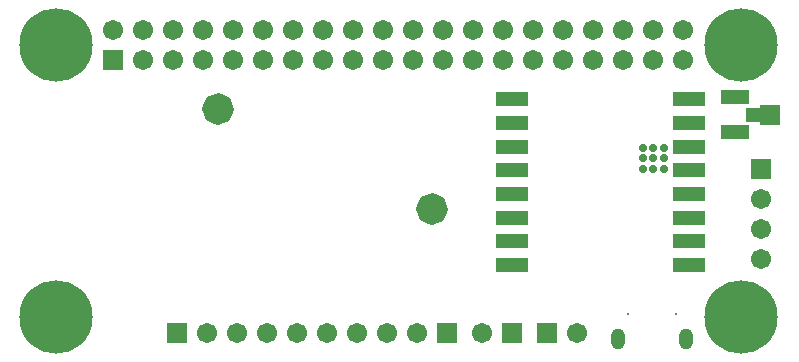
<source format=gbs>
G04 Layer_Color=16711935*
%FSAX25Y25*%
%MOIN*%
G70*
G01*
G75*
%ADD102R,0.09461X0.04934*%
%ADD103R,0.04737X0.04737*%
%ADD105C,0.06706*%
%ADD106R,0.06706X0.06706*%
%ADD107C,0.24422*%
%ADD108O,0.04737X0.07099*%
%ADD109R,0.00800X0.00800*%
%ADD110R,0.06706X0.06706*%
%ADD111P,0.10880X8X177.5*%
%ADD112C,0.02768*%
%ADD113R,0.10642X0.04737*%
D102*
X0347756Y0195504D02*
D03*
Y0183890D02*
D03*
D103*
X0353661Y0189697D02*
D03*
D105*
X0330598Y0218094D02*
D03*
Y0208095D02*
D03*
X0320599Y0218094D02*
D03*
Y0208095D02*
D03*
X0310598Y0218094D02*
D03*
Y0208095D02*
D03*
X0300599Y0218094D02*
D03*
Y0208095D02*
D03*
X0290599Y0218094D02*
D03*
Y0208095D02*
D03*
X0280598Y0218094D02*
D03*
Y0208095D02*
D03*
X0270599Y0218094D02*
D03*
Y0208095D02*
D03*
X0260598Y0218094D02*
D03*
Y0208095D02*
D03*
X0250599Y0218094D02*
D03*
Y0208095D02*
D03*
X0240599Y0218094D02*
D03*
Y0208095D02*
D03*
X0230598Y0218094D02*
D03*
Y0208095D02*
D03*
X0220599Y0218094D02*
D03*
Y0208095D02*
D03*
X0210598Y0218094D02*
D03*
Y0208095D02*
D03*
X0200599Y0218094D02*
D03*
Y0208095D02*
D03*
X0190598Y0218094D02*
D03*
Y0208095D02*
D03*
X0180598Y0218094D02*
D03*
Y0208095D02*
D03*
X0170598Y0218094D02*
D03*
Y0208095D02*
D03*
X0160599Y0218094D02*
D03*
Y0208095D02*
D03*
X0150599Y0218094D02*
D03*
Y0208095D02*
D03*
X0140598Y0218094D02*
D03*
X0171678Y0116862D02*
D03*
X0241693D02*
D03*
X0231693D02*
D03*
X0221693D02*
D03*
X0211693D02*
D03*
X0201693D02*
D03*
X0191693D02*
D03*
X0181693D02*
D03*
X0263347D02*
D03*
X0295158D02*
D03*
X0356417Y0141508D02*
D03*
Y0151508D02*
D03*
Y0161508D02*
D03*
D106*
X0140598Y0208095D02*
D03*
X0161678Y0116862D02*
D03*
X0251693D02*
D03*
X0273346D02*
D03*
X0285157D02*
D03*
X0359567Y0189697D02*
D03*
D107*
X0349724Y0122374D02*
D03*
Y0212925D02*
D03*
X0121378D02*
D03*
Y0122374D02*
D03*
D108*
X0308780Y0114896D02*
D03*
X0331417D02*
D03*
D109*
X0312114Y0123360D02*
D03*
X0328059D02*
D03*
D110*
X0356417Y0171508D02*
D03*
D111*
X0175498Y0191633D02*
D03*
X0246861Y0158356D02*
D03*
D112*
X0320591Y0178673D02*
D03*
X0317047D02*
D03*
Y0171587D02*
D03*
Y0175130D02*
D03*
X0324134Y0171587D02*
D03*
X0320591D02*
D03*
Y0175130D02*
D03*
X0324134D02*
D03*
Y0178673D02*
D03*
D113*
X0332402Y0139697D02*
D03*
Y0194815D02*
D03*
Y0186941D02*
D03*
Y0179067D02*
D03*
Y0171193D02*
D03*
X0332402Y0163319D02*
D03*
X0332402Y0155445D02*
D03*
Y0147571D02*
D03*
X0273346Y0186941D02*
D03*
Y0179067D02*
D03*
Y0171193D02*
D03*
Y0163319D02*
D03*
X0273346Y0155445D02*
D03*
X0273346Y0147571D02*
D03*
Y0139697D02*
D03*
X0273346Y0194815D02*
D03*
M02*

</source>
